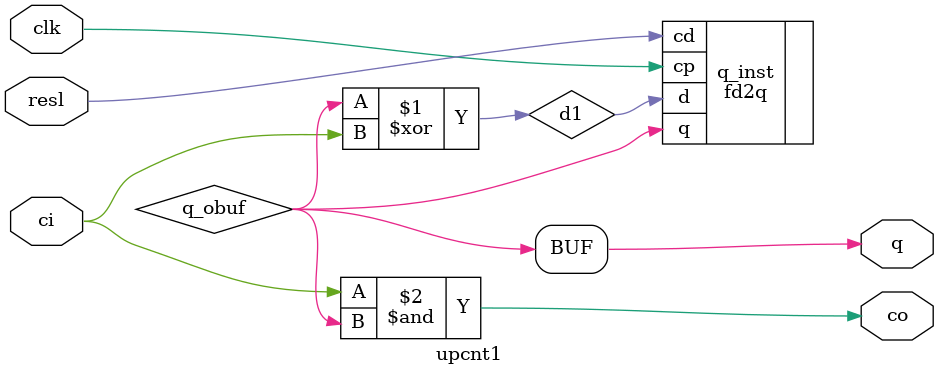
<source format=v>
`include "defs.v"

module upcnt1
(
	output q,
	output co,
	input clk,
	input ci,
	input resl
);
wire d1;

// Output buffers
wire q_obuf;


// Output buffers
assign q = q_obuf;


// LEGO.NET (173) - q : fd2q
fd2q q_inst
(
	.q /* OUT */ (q_obuf),
	.d /* IN */ (d1),
	.cp /* IN */ (clk),
	.cd /* IN */ (resl)
);

// LEGO.NET (174) - d1 : eo
assign d1 = q_obuf ^ ci;

// LEGO.NET (175) - co : an2
assign co = ci & q_obuf;
endmodule

</source>
